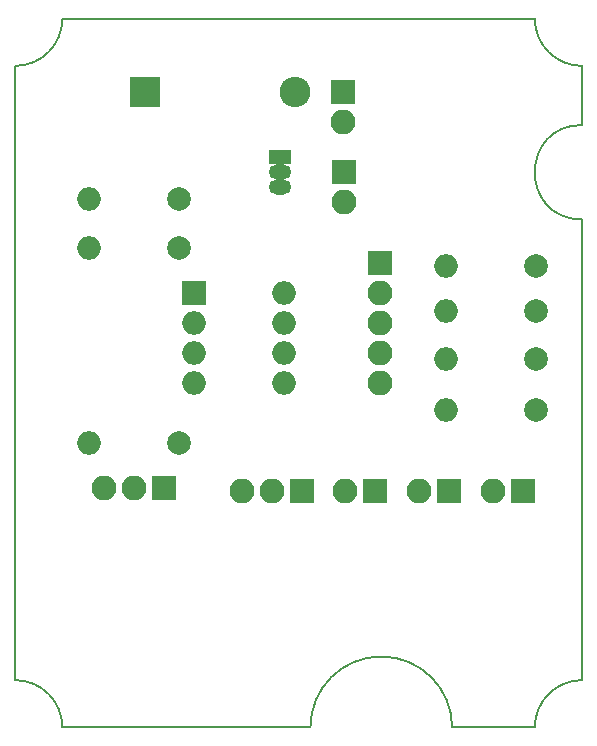
<source format=gbr>
G04 #@! TF.GenerationSoftware,KiCad,Pcbnew,5.1.4*
G04 #@! TF.CreationDate,2019-10-24T11:37:56-03:00*
G04 #@! TF.ProjectId,mows,6d6f7773-2e6b-4696-9361-645f70636258,rev?*
G04 #@! TF.SameCoordinates,Original*
G04 #@! TF.FileFunction,Soldermask,Top*
G04 #@! TF.FilePolarity,Negative*
%FSLAX46Y46*%
G04 Gerber Fmt 4.6, Leading zero omitted, Abs format (unit mm)*
G04 Created by KiCad (PCBNEW 5.1.4) date 2019-10-24 11:37:56*
%MOMM*%
%LPD*%
G04 APERTURE LIST*
%ADD10C,0.150000*%
%ADD11O,2.100000X2.100000*%
%ADD12R,2.100000X2.100000*%
%ADD13R,1.900000X1.300000*%
%ADD14O,1.900000X1.300000*%
%ADD15O,2.600000X2.600000*%
%ADD16R,2.600000X2.600000*%
%ADD17O,2.000000X2.000000*%
%ADD18C,2.000000*%
%ADD19R,2.000000X2.000000*%
G04 APERTURE END LIST*
D10*
X171000000Y-86000000D02*
X171000000Y-125000000D01*
X171000000Y-73000000D02*
X171000000Y-78000000D01*
X171000000Y-86000000D02*
G75*
G02X171000000Y-78000000I0J4000000D01*
G01*
X148000000Y-129000000D02*
G75*
G02X160000000Y-129000000I6000000J0D01*
G01*
X167000000Y-129000000D02*
X160000000Y-129000000D01*
X147000000Y-129000000D02*
X148000000Y-129000000D01*
X127000000Y-129000000D02*
X147000000Y-129000000D01*
X127000000Y-69000000D02*
X167000000Y-69000000D01*
X123000000Y-125000000D02*
X123000000Y-73000000D01*
X123000000Y-125000000D02*
G75*
G02X127000000Y-129000000I0J-4000000D01*
G01*
X127000000Y-69000000D02*
G75*
G02X123000000Y-73000000I-4000000J0D01*
G01*
X171000000Y-73000000D02*
G75*
G02X167000000Y-69000000I0J4000000D01*
G01*
X167000000Y-129000000D02*
G75*
G02X171000000Y-125000000I4000000J0D01*
G01*
D11*
X142170000Y-109000000D03*
X144710000Y-109000000D03*
D12*
X147250000Y-109000000D03*
D13*
X145454500Y-80736500D03*
D14*
X145454500Y-83276500D03*
X145454500Y-82006500D03*
D15*
X146661000Y-75212000D03*
D16*
X133961000Y-75212000D03*
D17*
X129262000Y-84250000D03*
D18*
X136882000Y-84250000D03*
D17*
X129294000Y-88404000D03*
D18*
X136914000Y-88404000D03*
D11*
X150801200Y-77721520D03*
D12*
X150801200Y-75181520D03*
X150872320Y-81948080D03*
D11*
X150872320Y-84488080D03*
X153900000Y-99850000D03*
X153900000Y-97310000D03*
X153900000Y-94770000D03*
X153900000Y-92230000D03*
D12*
X153900000Y-89690000D03*
D17*
X159520000Y-102120000D03*
D18*
X167140000Y-102120000D03*
D11*
X150960000Y-109000000D03*
D12*
X153500000Y-109000000D03*
D17*
X145804000Y-92214000D03*
X138184000Y-99834000D03*
X145804000Y-94754000D03*
X138184000Y-97294000D03*
X145804000Y-97294000D03*
X138184000Y-94754000D03*
X145804000Y-99834000D03*
D19*
X138184000Y-92214000D03*
D17*
X159520000Y-97802000D03*
D18*
X167140000Y-97802000D03*
D17*
X159520000Y-93738000D03*
D18*
X167140000Y-93738000D03*
D17*
X159520000Y-89928000D03*
D18*
X167140000Y-89928000D03*
D17*
X129294000Y-104914000D03*
D18*
X136914000Y-104914000D03*
D11*
X130564000Y-108724000D03*
X133104000Y-108724000D03*
D12*
X135644000Y-108724000D03*
X159750000Y-109000000D03*
D11*
X157210000Y-109000000D03*
X163460000Y-109000000D03*
D12*
X166000000Y-109000000D03*
M02*

</source>
